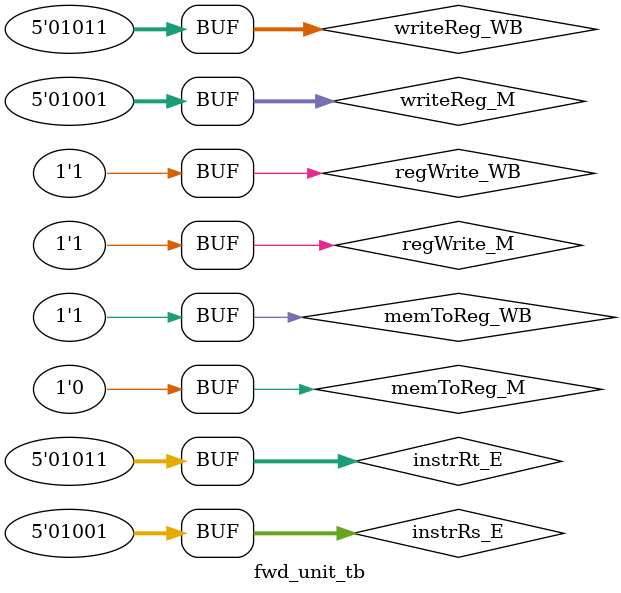
<source format=v>
module fwd_unit(fwdA, fwdB,
		instrRs_E, instrRt_E,
		writeReg_M, writeReg_WB, regWrite_M, regWrite_WB,
		memToReg_M, memToReg_WB);

	input [4:0] instrRs_E, instrRt_E, writeReg_M, writeReg_WB;
	input regWrite_M, regWrite_WB, memToReg_M, memToReg_WB;
	output [1:0] fwdA, fwdB;

	wire fwd_ALU_A, fwd_MEM_A;
	wire fwd_ALU_B, fwd_MEM_B;

	wire fwd_ALU, fwd_MEM;

	// 00: no forwarding
	// 10: forward from ALU
	// 01: forward from MEM
	// 11: ----

	assign fwdA = { fwd_ALU_A, fwd_MEM_A };
	assign fwdB = { fwd_ALU_B, fwd_MEM_B };

	assign fwd_ALU = regWrite_M & (writeReg_M != 5'd0) & ~memToReg_M;
	assign fwd_MEM = regWrite_WB & (writeReg_WB != 5'd0) & memToReg_WB;

	assign fwd_ALU_A = fwd_ALU & (instrRs_E == writeReg_M);
	assign fwd_ALU_B = fwd_ALU & (instrRt_E == writeReg_M);

	assign fwd_MEM_A = fwd_MEM & (instrRs_E == writeReg_WB) & ~fwd_ALU_A;
	assign fwd_MEM_B = fwd_MEM & (instrRt_E == writeReg_WB) & ~fwd_ALU_B;

endmodule

module fwd_unit_tb();
	reg [4:0] instrRs_E, instrRt_E, writeReg_M, writeReg_WB;
	reg regWrite_M, regWrite_WB, memToReg_M, memToReg_WB;
	wire [1:0] fwdA, fwdB;

	fwd_unit testFwdUnit (fwdA, fwdB,
			instrRs_E, instrRt_E, writeReg_M, writeReg_WB, regWrite_M, regWrite_WB,
			memToReg_M, memToReg_WB);

	initial begin

		$monitor("FwdA: %b, FwdB: %b, Rs_E: %b, Rt_E: %b, write_M (%b)(%b): %b, write_WB (%b)(%b): %b",
			fwdA, fwdB, instrRs_E, instrRt_E,
			regWrite_M, memToReg_M, writeReg_M,
			regWrite_WB, memToReg_WB, writeReg_WB);

		instrRs_E <= 5'b01001;
		instrRt_E <= 5'b01011;

		writeReg_M <= 5'b01001;
		memToReg_M <= 1'b0;
		regWrite_M <= 1'b1;

		writeReg_WB <= 5'b01011;
		memToReg_WB <= 1'b1;
		regWrite_WB <= 1'b1;

	end

endmodule

</source>
